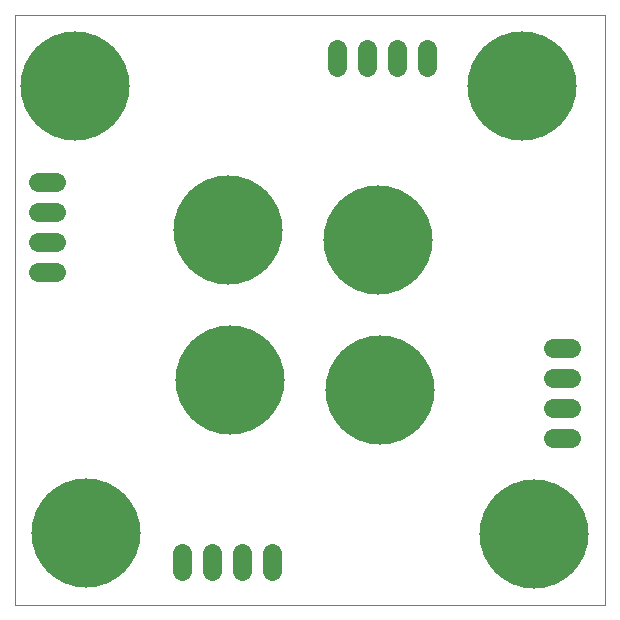
<source format=gbs>
G75*
G70*
%OFA0B0*%
%FSLAX24Y24*%
%IPPOS*%
%LPD*%
%AMOC8*
5,1,8,0,0,1.08239X$1,22.5*
%
%ADD10C,0.0000*%
%ADD11C,0.3640*%
%ADD12C,0.0640*%
D10*
X000181Y000181D02*
X000181Y019866D01*
X019866Y019866D01*
X019866Y000181D01*
X000181Y000181D01*
D11*
X002567Y002575D03*
X007355Y007693D03*
X007300Y012693D03*
X012300Y012355D03*
X012355Y007355D03*
X017473Y002567D03*
X017087Y017473D03*
X002181Y017481D03*
D12*
X001544Y014300D02*
X000944Y014300D01*
X000944Y013300D02*
X001544Y013300D01*
X001544Y012300D02*
X000944Y012300D01*
X000944Y011300D02*
X001544Y011300D01*
X005748Y001938D02*
X005748Y001338D01*
X006748Y001338D02*
X006748Y001938D01*
X007748Y001938D02*
X007748Y001338D01*
X008748Y001338D02*
X008748Y001938D01*
X018110Y005748D02*
X018710Y005748D01*
X018710Y006748D02*
X018110Y006748D01*
X018110Y007748D02*
X018710Y007748D01*
X018710Y008748D02*
X018110Y008748D01*
X013906Y018110D02*
X013906Y018710D01*
X012906Y018710D02*
X012906Y018110D01*
X011906Y018110D02*
X011906Y018710D01*
X010906Y018710D02*
X010906Y018110D01*
M02*

</source>
